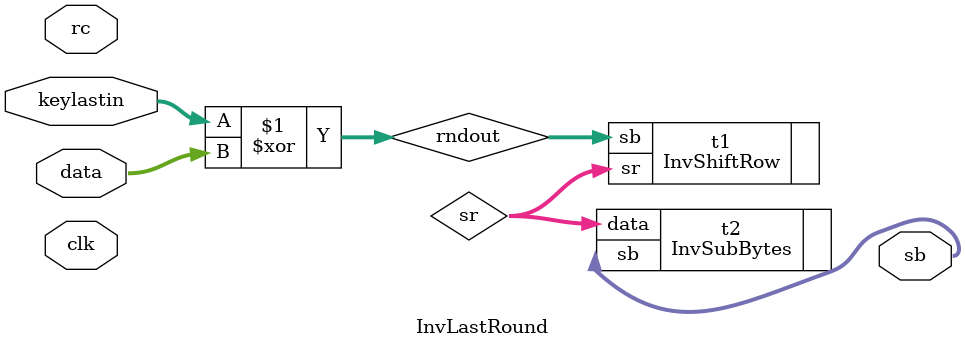
<source format=v>
`timescale 1ns / 1ps


module InvLastRound(
    input           clk,
    input [3:0]     rc,
    input [127:0]   data,
    input [127:0]   keylastin,
    //output [127:0]  keyout,
    output [127:0]  sb
);


wire [127:0]  rndout, sr;

/*invKeyGeneration t0 (
    .rc(rc), 
    .key(keyin), 
    .keyout(keyout)
);*/

InvShiftRow t1(
    .sb(rndout), 
    .sr(sr)
);

InvSubBytes t2(
    .data(sr), 
    .sb(sb)
);

/*InvMixCol t3(
    .a(add_rk), 
    .mcl(rndout)
);*/


assign rndout = keylastin ^ data;

endmodule
</source>
